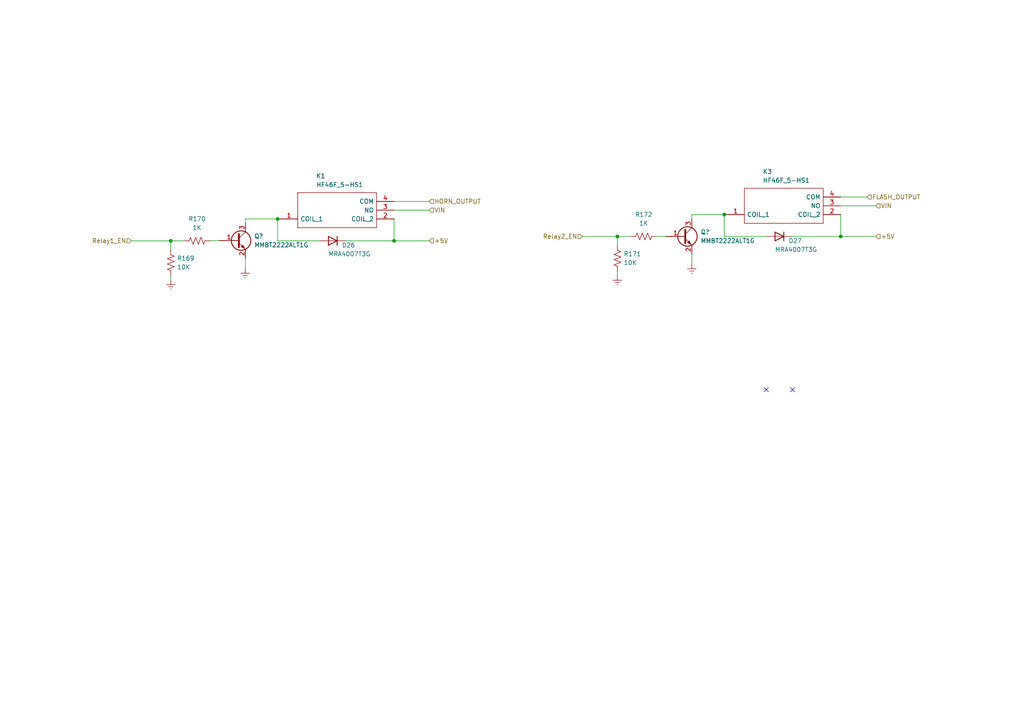
<source format=kicad_sch>
(kicad_sch (version 20230819) (generator eeschema)
  (paper "A4")
  (lib_symbols
    (symbol "Device:D" (pin_numbers hide) (pin_names (offset 1.016) hide)
      (property "Reference" "D" (at 0 2.54 0))
      (property "Value" "D" (at 0 -2.54 0))
      (symbol "D_0_1"
        (polyline (pts (xy -1.27 1.27) (xy -1.27 -1.27)) (stroke (width 0.254)))
        (polyline (pts (xy 1.27 0) (xy -1.27 0)))
        (polyline (pts (xy 1.27 1.27) (xy 1.27 -1.27) (xy -1.27 0) (xy 1.27 1.27)) (stroke (width 0.254)))
      )
      (symbol "D_1_1"
        (pin passive line (at -3.81 0 0) (length 2.54) (name "K") (number "1"))
        (pin passive line (at 3.81 0 180) (length 2.54) (name "A") (number "2"))
      )
    )
    (symbol "Device:R_US" (pin_numbers hide) (pin_names (offset 0))
      (property "Reference" "R" (at 2.54 0 90))
      (property "Value" "R_US" (at -2.54 0 90))
      (symbol "R_US_0_1"
        (polyline (pts (xy 0 -2.286) (xy 0 -2.54)))
        (polyline (pts (xy 0 2.286) (xy 0 2.54)))
        (polyline (pts (xy 0 -0.762) (xy 1.016 -1.143) (xy 0 -1.524) (xy -1.016 -1.905) (xy 0 -2.286)))
        (polyline (pts (xy 0 0.762) (xy 1.016 0.381) (xy 0 0) (xy -1.016 -0.381) (xy 0 -0.762)))
        (polyline (pts (xy 0 2.286) (xy 1.016 1.905) (xy 0 1.524) (xy -1.016 1.143) (xy 0 0.762)))
      )
      (symbol "R_US_1_1"
        (pin passive line (at 0 3.81 270) (length 1.27) (name "~") (number "1"))
        (pin passive line (at 0 -3.81 90) (length 1.27) (name "~") (number "2"))
      )
    )
    (symbol "HF46F:HF46F_5-HS1" (pin_names (offset 0.762))
      (property "Reference" "K" (at 29.21 7.62 0))
      (property "Value" "HF46F_5-HS1" (at 29.21 5.08 0))
      (symbol "HF46F_5-HS1_0_0"
        (pin passive line (at 33.02 0 180) (length 5.08) (name "COIL_1") (number "1"))
        (pin passive line (at 0 0 0) (length 5.08) (name "COIL_2") (number "2"))
        (pin passive line (at 0 -2.54 0) (length 5.08) (name "NO") (number "3"))
        (pin passive line (at 0 -5.08 0) (length 5.08) (name "COM") (number "4"))
      )
      (symbol "HF46F_5-HS1_0_1"
        (polyline (pts (xy 5.08 2.54) (xy 27.94 2.54) (xy 27.94 -7.62) (xy 5.08 -7.62) (xy 5.08 2.54)) (stroke (width 0.1524)))
      )
    )
    (symbol "Transistor_BJT:2N3055" (pin_names (offset 0) hide)
      (property "Reference" "Q" (at 5.08 1.905 0))
      (property "Value" "2N3055" (at 5.08 0 0))
      (symbol "2N3055_0_1"
        (polyline (pts (xy 0.635 0.635) (xy 2.54 2.54)))
        (polyline (pts (xy 0.635 -0.635) (xy 2.54 -2.54) (xy 2.54 -2.54)))
        (polyline (pts (xy 0.635 1.905) (xy 0.635 -1.905) (xy 0.635 -1.905)) (stroke (width 0.508)))
        (polyline (pts (xy 1.27 -1.778) (xy 1.778 -1.27) (xy 2.286 -2.286) (xy 1.27 -1.778) (xy 1.27 -1.778)) (fill (type outline)))
        (circle (center 1.27 0) (radius 2.8194) (stroke (width 0.254)))
      )
      (symbol "2N3055_1_1"
        (pin input line (at -5.08 0 0) (length 5.715) (name "B") (number "1"))
        (pin passive line (at 2.54 -5.08 90) (length 2.54) (name "E") (number "2"))
        (pin passive line (at 2.54 5.08 270) (length 2.54) (name "C") (number "3"))
      )
    )
    (symbol "power:Earth" (power) (pin_names (offset 0))
      (symbol "Earth_0_1"
        (polyline (pts (xy -0.635 -1.905) (xy 0.635 -1.905)))
        (polyline (pts (xy -0.127 -2.54) (xy 0.127 -2.54)))
        (polyline (pts (xy 0 -1.27) (xy 0 0)))
        (polyline (pts (xy 1.27 -1.27) (xy -1.27 -1.27)))
      )
      (symbol "Earth_1_1"
        (pin power_in line (at 0 0 270) (length 0) hide (name "Earth") (number "1"))
      )
    )
  )
  (junction (at 114.3 69.85))
  (junction (at 243.84 68.58))
  (junction (at 179.07 68.58))
  (junction (at 80.5252 63.5))
  (junction (at 49.53 69.85))
  (junction (at 210.0652 62.23))
  (no_connect (at 229.87 113.03))
  (no_connect (at 222.25 113.03))
  (wire (pts (xy 92.71 69.85) (xy 80.5252 69.85)))
  (wire (pts (xy 49.53 80.01) (xy 49.53 81.28)))
  (wire (pts (xy 114.3 63.5) (xy 114.3 69.85)))
  (wire (pts (xy 114.3 60.96) (xy 124.46 60.96)))
  (wire (pts (xy 243.84 62.23) (xy 243.84 68.58)))
  (wire (pts (xy 243.84 68.58) (xy 254 68.58)))
  (wire (pts (xy 71.1888 74.8588) (xy 71.1888 77.978)))
  (wire (pts (xy 200.66 62.23) (xy 210.0652 62.23)))
  (wire (pts (xy 179.07 68.58) (xy 182.88 68.58)))
  (wire (pts (xy 168.91 68.58) (xy 179.07 68.58)))
  (wire (pts (xy 114.3 58.42) (xy 124.46 58.42)))
  (wire (pts (xy 60.96 69.7788) (xy 60.96 69.85)))
  (wire (pts (xy 38.1 69.85) (xy 49.53 69.85)))
  (wire (pts (xy 200.66 63.5) (xy 200.66 62.23)))
  (wire (pts (xy 190.5 68.58) (xy 193.04 68.58)))
  (wire (pts (xy 179.07 78.74) (xy 179.07 80.01)))
  (wire (pts (xy 222.25 68.58) (xy 210.0652 68.58)))
  (wire (pts (xy 63.5688 69.7788) (xy 60.96 69.7788)))
  (wire (pts (xy 243.84 57.15) (xy 251.46 57.15)))
  (wire (pts (xy 210.0652 62.23) (xy 210.82 62.23)))
  (wire (pts (xy 71.1888 77.978) (xy 71.12 77.978)))
  (wire (pts (xy 200.66 73.66) (xy 200.66 76.708)))
  (wire (pts (xy 243.84 59.69) (xy 254 59.69)))
  (wire (pts (xy 71.1888 63.5) (xy 71.1888 64.6988)))
  (wire (pts (xy 100.33 69.85) (xy 114.3 69.85)))
  (wire (pts (xy 210.0652 68.58) (xy 210.0652 62.23)))
  (wire (pts (xy 49.53 69.85) (xy 49.53 72.39)))
  (wire (pts (xy 80.5252 63.5) (xy 81.28 63.5)))
  (wire (pts (xy 114.3 69.85) (xy 124.46 69.85)))
  (wire (pts (xy 179.07 68.58) (xy 179.07 71.12)))
  (wire (pts (xy 71.1888 63.5) (xy 80.5252 63.5)))
  (wire (pts (xy 80.5252 69.85) (xy 80.5252 63.5)))
  (wire (pts (xy 49.53 69.85) (xy 53.34 69.85)))
  (wire (pts (xy 229.87 68.58) (xy 243.84 68.58)))
  (hierarchical_label "HORN_OUTPUT" (shape input) (at 124.46 58.42 0))
  (hierarchical_label "+5V" (shape input) (at 124.46 69.85 0))
  (hierarchical_label "VIN" (shape input) (at 254 59.69 0))
  (hierarchical_label "Relay2_EN" (shape input) (at 168.91 68.58 180))
  (hierarchical_label "VIN" (shape input) (at 124.46 60.96 0))
  (hierarchical_label "+5V" (shape input) (at 254 68.58 0))
  (hierarchical_label "FLASH_OUTPUT" (shape input) (at 251.46 57.15 0))
  (hierarchical_label "Relay1_EN" (shape input) (at 38.1 69.85 180))
  (symbol (lib_id "Device:R_US") (at 57.15 69.85 90) (unit 1)
    (property "Reference" "R170" (at 57.15 63.5 90))
    (property "Value" "1K" (at 57.15 66.04 90))
    (property "Footprint" "Resistor_SMD:R_0603_1608Metric" (effects hide))
    (property "Description" "Resistor, US symbol" (effects hide))
  )
  (symbol (lib_id "Device:R_US") (at 186.69 68.58 90) (unit 1)
    (property "Reference" "R172" (at 186.69 62.23 90))
    (property "Value" "1K" (at 186.69 64.77 90))
    (property "Footprint" "Resistor_SMD:R_0603_1608Metric" (effects hide))
    (property "Description" "Resistor, US symbol" (effects hide))
  )
  (symbol (lib_id "power:Earth") (at 49.53 81.28 0) (unit 1)
    (property "Reference" "#PWR0202" (effects hide))
    (property "Value" "Earth" (effects hide))
    (property "Description" "Power symbol creates a global label with name \"Earth\"" (effects hide))
  )
  (symbol (lib_id "Device:R_US") (at 49.53 76.2 0) (unit 1)
    (property "Reference" "R169" (at 51.308 74.9299 0) (effects (justify left)))
    (property "Value" "10K" (at 51.308 77.4699 0) (effects (justify left)))
    (property "Footprint" "Resistor_SMD:R_0603_1608Metric" (effects hide))
    (property "Description" "Resistor, US symbol" (effects hide))
  )
  (symbol (lib_id "Transistor_BJT:2N3055") (at 198.12 68.58 0) (unit 1)
    (property "Reference" "Q?" (at 203.2 67.3099 0) (effects (justify left)))
    (property "Value" "MMBT2222ALT1G" (at 203.2 69.8499 0) (effects (justify left)))
    (property "Footprint" "Pro V3:MMBT2222ALT1G" (effects hide))
    (property "Datasheet" "https://datasheet.lcsc.com/lcsc/2304140030_onsemi-MMBT2222ALT1G_C82460.pdf" (effects hide))
    (property "Description" "40V 225mW 100@150mA,10V 600mA NPN SOT-23(TO-236) Bipolar Transistors - BJT ROHS" (effects hide))
    (instances (project "RP2040_minimal" (path "" (reference "Q?") (unit 1)) (path "" (reference "Q5") (unit 1))))
  )
  (symbol (lib_id "power:Earth") (at 179.07 80.01 0) (unit 1)
    (property "Reference" "#PWR0203" (effects hide))
    (property "Value" "Earth" (effects hide))
    (property "Description" "Power symbol creates a global label with name \"Earth\"" (effects hide))
  )
  (symbol (lib_id "HF46F:HF46F_5-HS1") (at 243.84 62.23 180) (unit 1)
    (property "Reference" "K3" (at 221.234 49.784 0) (effects (justify right)))
    (property "Value" "HF46F_5-HS1" (at 221.234 52.324 0) (effects (justify right)))
    (property "Footprint" "HF46F_5-HS1:HF46F5HS1" (effects hide))
    (property "Description" "Relay: electromagnetic; SPST-NO; Ucoil: 5VDC; 5A/250VAC; 5A/30VDC" (effects hide))
    (property "Height" "15.6" (effects hide))
    (property "Manufacturer_Name" "Hongfa" (effects hide))
    (property "Manufacturer_Part_Number" "HF46F/5-HS1" (effects hide))
  )
  (symbol (lib_id "power:Earth") (at 71.12 77.978 0) (unit 1)
    (property "Reference" "#PWR0119" (effects hide))
    (property "Value" "Earth" (effects hide))
    (property "Description" "Power symbol creates a global label with name \"Earth\"" (effects hide))
  )
  (symbol (lib_id "Device:D") (at 226.06 68.58 180) (unit 1)
    (property "Reference" "D27" (at 230.632 69.85 0))
    (property "Value" "MRA4007T3G" (at 230.886 72.39 0))
    (property "Footprint" "Diode_SMD:D_0603_1608Metric" (effects hide))
    (property "Description" "Diode" (effects hide))
    (property "Sim.Device" "D" (effects hide))
    (property "Sim.Pins" "1=K 2=A" (effects hide))
  )
  (symbol (lib_id "Transistor_BJT:2N3055") (at 68.6488 69.7788 0) (unit 1)
    (property "Reference" "Q?" (at 73.7288 68.5087 0) (effects (justify left)))
    (property "Value" "MMBT2222ALT1G" (at 73.7288 71.0487 0) (effects (justify left)))
    (property "Footprint" "Pro V3:MMBT2222ALT1G" (effects hide))
    (property "Datasheet" "https://datasheet.lcsc.com/lcsc/2304140030_onsemi-MMBT2222ALT1G_C82460.pdf" (effects hide))
    (property "Description" "40V 225mW 100@150mA,10V 600mA NPN SOT-23(TO-236) Bipolar Transistors - BJT ROHS" (effects hide))
    (instances (project "RP2040_minimal" (path "" (reference "Q?") (unit 1)) (path "" (reference "Q4") (unit 1))))
  )
  (symbol (lib_id "power:Earth") (at 200.66 76.708 0) (unit 1)
    (property "Reference" "#PWR0204" (effects hide))
    (property "Value" "Earth" (effects hide))
    (property "Description" "Power symbol creates a global label with name \"Earth\"" (effects hide))
  )
  (symbol (lib_id "Device:R_US") (at 179.07 74.93 0) (unit 1)
    (property "Reference" "R171" (at 180.848 73.6599 0) (effects (justify left)))
    (property "Value" "10K" (at 180.848 76.1999 0) (effects (justify left)))
    (property "Footprint" "Resistor_SMD:R_0603_1608Metric" (effects hide))
    (property "Description" "Resistor, US symbol" (effects hide))
  )
  (symbol (lib_id "HF46F:HF46F_5-HS1") (at 114.3 63.5 180) (unit 1)
    (property "Reference" "K1" (at 91.694 51.054 0) (effects (justify right)))
    (property "Value" "HF46F_5-HS1" (at 91.694 53.594 0) (effects (justify right)))
    (property "Footprint" "HF46F_5-HS1:HF46F5HS1" (effects hide))
    (property "Description" "Relay: electromagnetic; SPST-NO; Ucoil: 5VDC; 5A/250VAC; 5A/30VDC" (effects hide))
    (property "Height" "15.6" (effects hide))
    (property "Manufacturer_Name" "Hongfa" (effects hide))
    (property "Manufacturer_Part_Number" "HF46F/5-HS1" (effects hide))
  )
  (symbol (lib_id "Device:D") (at 96.52 69.85 180) (unit 1)
    (property "Reference" "D26" (at 101.092 71.12 0))
    (property "Value" "MRA4007T3G" (at 101.346 73.66 0))
    (property "Footprint" "Diode_SMD:D_0603_1608Metric" (effects hide))
    (property "Description" "Diode" (effects hide))
    (property "Sim.Device" "D" (effects hide))
    (property "Sim.Pins" "1=K 2=A" (effects hide))
  )
)
</source>
